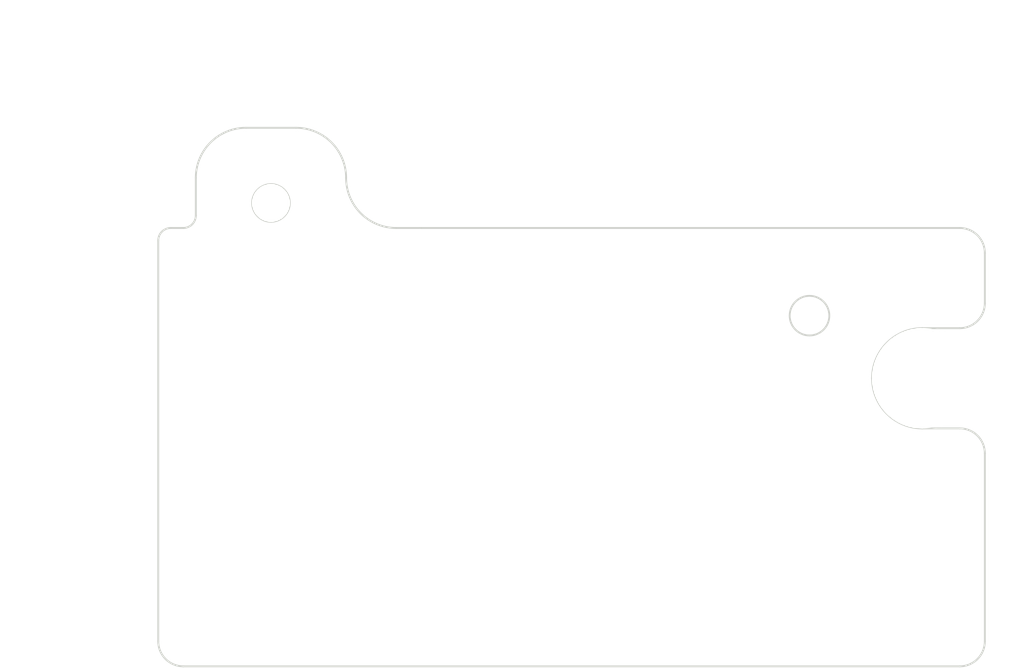
<source format=kicad_pcb>
(kicad_pcb (version 4) (host pcbnew 4.0.7)

  (general
    (links 0)
    (no_connects 0)
    (area 24.148001 44.165 271.419429 135.065001)
    (thickness 1.6)
    (drawings 31)
    (tracks 0)
    (zones 0)
    (modules 3)
    (nets 1)
  )

  (page A4)
  (title_block
    (date "lun. 30 mars 2015")
  )

  (layers
    (0 F.Cu signal)
    (31 B.Cu signal)
    (32 B.Adhes user)
    (33 F.Adhes user)
    (34 B.Paste user)
    (35 F.Paste user)
    (36 B.SilkS user)
    (37 F.SilkS user)
    (38 B.Mask user)
    (39 F.Mask user)
    (40 Dwgs.User user)
    (41 Cmts.User user)
    (42 Eco1.User user)
    (43 Eco2.User user)
    (44 Edge.Cuts user)
    (45 Margin user)
    (46 B.CrtYd user)
    (47 F.CrtYd user)
    (48 B.Fab user)
    (49 F.Fab user)
  )

  (setup
    (last_trace_width 0.25)
    (user_trace_width 0.254)
    (user_trace_width 0.3048)
    (user_trace_width 0.4064)
    (user_trace_width 0.6096)
    (user_trace_width 0.9144)
    (user_trace_width 1.524)
    (user_trace_width 2.032)
    (trace_clearance 0.2)
    (zone_clearance 0.508)
    (zone_45_only no)
    (trace_min 0.2)
    (segment_width 0.15)
    (edge_width 0.15)
    (via_size 0.6)
    (via_drill 0.4)
    (via_min_size 0.4)
    (via_min_drill 0.3)
    (uvia_size 0.3)
    (uvia_drill 0.1)
    (uvias_allowed no)
    (uvia_min_size 0.2)
    (uvia_min_drill 0.1)
    (pcb_text_width 0.3)
    (pcb_text_size 1.5 1.5)
    (mod_edge_width 0.15)
    (mod_text_size 1 1)
    (mod_text_width 0.15)
    (pad_size 3.5 3.5)
    (pad_drill 3.5)
    (pad_to_mask_clearance 0)
    (aux_axis_origin 110.998 126.365)
    (grid_origin 110.998 126.365)
    (visible_elements 7FFFFFEF)
    (pcbplotparams
      (layerselection 0x010f0_80000001)
      (usegerberextensions true)
      (excludeedgelayer true)
      (linewidth 0.100000)
      (plotframeref false)
      (viasonmask false)
      (mode 1)
      (useauxorigin false)
      (hpglpennumber 1)
      (hpglpenspeed 20)
      (hpglpendiameter 15)
      (hpglpenoverlay 2)
      (psnegative false)
      (psa4output false)
      (plotreference true)
      (plotvalue true)
      (plotinvisibletext false)
      (padsonsilk false)
      (subtractmaskfromsilk false)
      (outputformat 1)
      (mirror false)
      (drillshape 0)
      (scaleselection 1)
      (outputdirectory gerbers/))
  )

  (net 0 "")

  (net_class Default "This is the default net class."
    (clearance 0.2)
    (trace_width 0.25)
    (via_dia 0.6)
    (via_drill 0.4)
    (uvia_dia 0.3)
    (uvia_drill 0.1)
  )

  (module Wire_Pads:SolderWirePad_single_2-5mmDrill (layer F.Cu) (tedit 5D01947E) (tstamp 5D019459)
    (at 97.998 96.365)
    (path /5CE78195)
    (fp_text reference J14 (at 0.052 -0.192) (layer F.SilkS) hide
      (effects (font (size 1 1) (thickness 0.15)))
    )
    (fp_text value NPTH (at 0 -0.254) (layer F.Fab)
      (effects (font (size 1 1) (thickness 0.15)))
    )
    (pad "" np_thru_hole circle (at 0 0) (size 8 8) (drill 8) (layers *.Cu *.Mask))
  )

  (module Wire_Pads:SolderWirePad_single_2-5mmDrill (layer F.Cu) (tedit 5D019315) (tstamp 5D019310)
    (at 88.998 91.365)
    (path /5CE78195)
    (fp_text reference J14 (at 0.052 -0.192) (layer F.SilkS) hide
      (effects (font (size 1 1) (thickness 0.15)))
    )
    (fp_text value NPTH (at 0 -0.254) (layer F.Fab)
      (effects (font (size 1 1) (thickness 0.15)))
    )
    (pad "" np_thru_hole circle (at 0 0) (size 3 3) (drill 3) (layers *.Cu *.Mask))
  )

  (module Wire_Pads:SolderWirePad_single_2-5mmDrill (layer F.Cu) (tedit 5D019313) (tstamp 5D019308)
    (at 45.998 82.365)
    (path /5CE78195)
    (fp_text reference J14 (at 0.052 -0.192) (layer F.SilkS) hide
      (effects (font (size 1 1) (thickness 0.15)))
    )
    (fp_text value NPTH (at 0 -0.254) (layer F.Fab)
      (effects (font (size 1 1) (thickness 0.15)))
    )
    (pad "" np_thru_hole circle (at 0 0) (size 3 3) (drill 3) (layers *.Cu *.Mask))
  )

  (gr_line (start 102.998 102.365) (end 102.998 117.365) (angle 90) (layer Edge.Cuts) (width 0.15))
  (gr_line (start 102.998 90.365) (end 102.998 86.365) (angle 90) (layer Edge.Cuts) (width 0.15))
  (gr_line (start 97.998 92.365) (end 100.998 92.365) (angle 90) (layer Edge.Cuts) (width 0.15))
  (gr_line (start 97.998 100.365) (end 100.998 100.365) (angle 90) (layer Edge.Cuts) (width 0.15))
  (gr_arc (start 97.998 96.365) (end 93.998 96.365) (angle 90) (layer Edge.Cuts) (width 0.15))
  (gr_arc (start 97.998 96.365) (end 97.998 100.365) (angle 90) (layer Edge.Cuts) (width 0.15))
  (gr_line (start 57.998 84.365) (end 100.998 84.365) (angle 90) (layer Edge.Cuts) (width 0.15))
  (gr_arc (start 100.998 90.365) (end 102.998 90.365) (angle 90) (layer Edge.Cuts) (width 0.15))
  (gr_arc (start 100.998 102.365) (end 100.998 100.365) (angle 90) (layer Edge.Cuts) (width 0.15))
  (gr_line (start 38.998 119.365) (end 100.998 119.365) (angle 90) (layer Edge.Cuts) (width 0.15))
  (gr_line (start 37.998 84.365) (end 38.998 84.365) (angle 90) (layer Edge.Cuts) (width 0.15))
  (gr_circle (center 88.998 91.365) (end 87.498 91.865) (layer Edge.Cuts) (width 0.15))
  (gr_circle (center 45.998 82.365) (end 44.498 82.365) (layer Edge.Cuts) (width 0.15))
  (gr_line (start 47.998 76.365) (end 43.998 76.365) (angle 90) (layer Edge.Cuts) (width 0.15))
  (gr_line (start 57.998 84.365) (end 55.998 84.365) (angle 90) (layer Edge.Cuts) (width 0.15))
  (gr_line (start 36.998 85.365) (end 36.998 117.365) (angle 90) (layer Edge.Cuts) (width 0.15))
  (gr_line (start 39.998 80.365) (end 39.998 83.365) (angle 90) (layer Edge.Cuts) (width 0.15))
  (gr_arc (start 37.998 85.365) (end 36.998 85.365) (angle 90) (layer Edge.Cuts) (width 0.15))
  (gr_arc (start 38.998 83.365) (end 39.998 83.365) (angle 90) (layer Edge.Cuts) (width 0.15))
  (gr_arc (start 55.998 80.365) (end 55.998 84.365) (angle 90) (layer Edge.Cuts) (width 0.15))
  (gr_arc (start 47.998 80.365) (end 47.998 76.365) (angle 90) (layer Edge.Cuts) (width 0.15))
  (gr_arc (start 43.998 80.365) (end 39.998 80.365) (angle 90) (layer Edge.Cuts) (width 0.15))
  (gr_arc (start 100.998 86.365) (end 100.998 84.365) (angle 90) (layer Edge.Cuts) (width 0.15))
  (gr_arc (start 100.998 117.365) (end 102.998 117.365) (angle 90) (layer Edge.Cuts) (width 0.15))
  (gr_arc (start 38.998 117.365) (end 38.998 119.365) (angle 90) (layer Edge.Cuts) (width 0.15))
  (dimension 20 (width 0.3) (layer Dwgs.User)
    (gr_text "20.000 mm" (at 47.998 68.015) (layer Dwgs.User)
      (effects (font (size 1.5 1.5) (thickness 0.3)))
    )
    (feature1 (pts (xy 57.998 84.365) (xy 57.998 66.665)))
    (feature2 (pts (xy 37.998 84.365) (xy 37.998 66.665)))
    (crossbar (pts (xy 37.998 69.365) (xy 57.998 69.365)))
    (arrow1a (pts (xy 57.998 69.365) (xy 56.871496 69.951421)))
    (arrow1b (pts (xy 57.998 69.365) (xy 56.871496 68.778579)))
    (arrow2a (pts (xy 37.998 69.365) (xy 39.124504 69.951421)))
    (arrow2b (pts (xy 37.998 69.365) (xy 39.124504 68.778579)))
  )
  (dimension 68 (width 0.3) (layer Dwgs.User)
    (gr_text "68.000 mm" (at 71.998 71.015) (layer Dwgs.User)
      (effects (font (size 1.5 1.5) (thickness 0.3)))
    )
    (feature1 (pts (xy 105.998 84.365) (xy 105.998 69.665)))
    (feature2 (pts (xy 37.998 84.365) (xy 37.998 69.665)))
    (crossbar (pts (xy 37.998 72.365) (xy 105.998 72.365)))
    (arrow1a (pts (xy 105.998 72.365) (xy 104.871496 72.951421)))
    (arrow1b (pts (xy 105.998 72.365) (xy 104.871496 71.778579)))
    (arrow2a (pts (xy 37.998 72.365) (xy 39.124504 72.951421)))
    (arrow2b (pts (xy 37.998 72.365) (xy 39.124504 71.778579)))
  )
  (dimension 35 (width 0.3) (layer Dwgs.User)
    (gr_text "35.000 mm" (at 30.648 101.865 270) (layer Dwgs.User)
      (effects (font (size 1.5 1.5) (thickness 0.3)))
    )
    (feature1 (pts (xy 36.998 119.365) (xy 29.298 119.365)))
    (feature2 (pts (xy 36.998 84.365) (xy 29.298 84.365)))
    (crossbar (pts (xy 31.998 84.365) (xy 31.998 119.365)))
    (arrow1a (pts (xy 31.998 119.365) (xy 31.411579 118.238496)))
    (arrow1b (pts (xy 31.998 119.365) (xy 32.584421 118.238496)))
    (arrow2a (pts (xy 31.998 84.365) (xy 31.411579 85.491504)))
    (arrow2b (pts (xy 31.998 84.365) (xy 32.584421 85.491504)))
  )
  (dimension 42 (width 0.3) (layer Dwgs.User)
    (gr_text "42.000 mm" (at 66.998 91.715) (layer Dwgs.User)
      (effects (font (size 1.5 1.5) (thickness 0.3)))
    )
    (feature1 (pts (xy 87.998 80.365) (xy 87.998 93.065)))
    (feature2 (pts (xy 45.998 80.365) (xy 45.998 93.065)))
    (crossbar (pts (xy 45.998 90.365) (xy 87.998 90.365)))
    (arrow1a (pts (xy 87.998 90.365) (xy 86.871496 90.951421)))
    (arrow1b (pts (xy 87.998 90.365) (xy 86.871496 89.778579)))
    (arrow2a (pts (xy 45.998 90.365) (xy 47.124504 90.951421)))
    (arrow2b (pts (xy 45.998 90.365) (xy 47.124504 89.778579)))
  )
  (gr_line (start 37.998 76.365) (end 37.998 80.365) (angle 90) (layer Dwgs.User) (width 0.15))
  (gr_line (start 52.998 84.365) (end 52.998 76.365) (angle 90) (layer Dwgs.User) (width 0.15))

)

</source>
